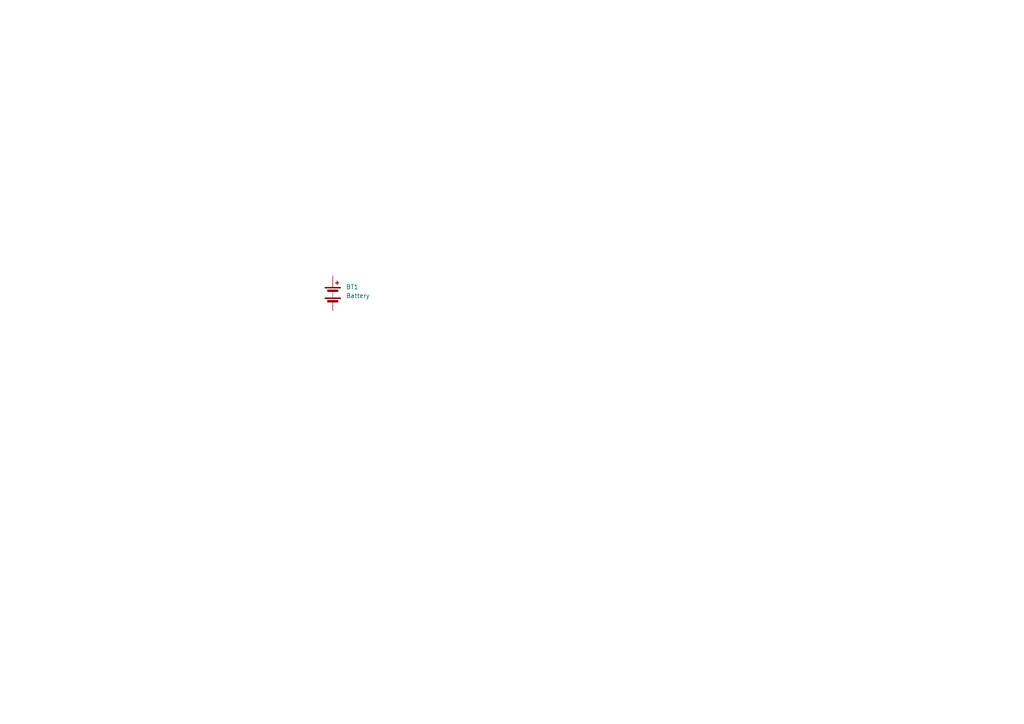
<source format=kicad_sch>
(kicad_sch (version 20231120) (generator "eeschema") (generator_version "8.0")
  (paper "A4")
  (lib_symbols
    (symbol "Device:Battery" (pin_numbers hide) (pin_names (offset 0) hide)
      (property "Reference" "BT" (at 2.54 2.54 0))
      (property "Value" "Battery" (at 2.54 0 0))
      (symbol "Battery_0_1"
        (rectangle (start -2.286 -1.27) (end 2.286 -1.524) (fill (type outline)))
        (rectangle (start -2.286 1.778) (end 2.286 1.524) (fill (type outline)))
        (rectangle (start -1.524 -2.032) (end 1.524 -2.54) (fill (type outline)))
        (rectangle (start -1.524 1.016) (end 1.524 0.508) (fill (type outline)))
        (polyline (pts (xy 0 -1.016) (xy 0 -0.762)))
        (polyline (pts (xy 0 -0.508) (xy 0 -0.254)))
        (polyline (pts (xy 0 0) (xy 0 0.254)))
        (polyline (pts (xy 0 1.778) (xy 0 2.54)))
        (polyline (pts (xy 0.762 3.048) (xy 1.778 3.048)) (stroke (width 0.254)))
        (polyline (pts (xy 1.27 3.556) (xy 1.27 2.54)) (stroke (width 0.254)))
      )
      (symbol "Battery_1_1"
        (pin passive line (at 0 5.08 270) (length 2.54) (name "+") (number "1"))
        (pin passive line (at 0 -5.08 90) (length 2.54) (name "-") (number "2"))
      )
    )
  )
  (symbol (lib_id "Device:Battery") (at 96.52 85.09 0) (unit 1)
    (property "Reference" "BT1" (at 100.33 83.2484 0) (effects (justify left)))
    (property "Value" "Battery" (at 100.33 85.7884 0) (effects (justify left)))
    (property "Description" "Multiple-cell battery" (effects (hide yes)))
  )
)
</source>
